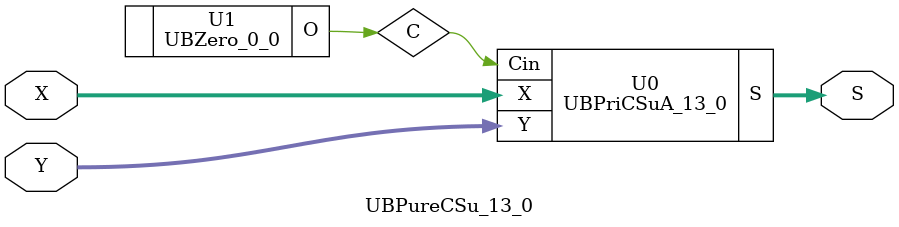
<source format=v>
/*----------------------------------------------------------------------------
  Copyright (c) 2021 Homma laboratory. All rights reserved.

  Top module: UBCSu_13_0_13_0

  Operand-1 length: 14
  Operand-2 length: 14
  Two-operand addition algorithm: Conditional sum adder
----------------------------------------------------------------------------*/

module UBFA_0(C, S, X, Y, Z);
  output C;
  output S;
  input X;
  input Y;
  input Z;
  assign C = ( X & Y ) | ( Y & Z ) | ( Z & X );
  assign S = X ^ Y ^ Z;
endmodule

module UBHCSuB_0_0(C, S, X, Y, Ci);
  output C;
  output S;
  input Ci;
  input X;
  input Y;
  UBFA_0 U0 (C, S, X, Y, Ci);
endmodule

module UBZero_1_1(O);
  output [1:1] O;
  assign O[1] = 0;
endmodule

module UBOne_1(O);
  output O;
  assign O = 1;
endmodule

module UBFA_1(C, S, X, Y, Z);
  output C;
  output S;
  input X;
  input Y;
  input Z;
  assign C = ( X & Y ) | ( Y & Z ) | ( Z & X );
  assign S = X ^ Y ^ Z;
endmodule

module UBCSuB_1_1(C_0, C_1, S_0, S_1, X, Y);
  output C_0;
  output C_1;
  output S_0;
  output S_1;
  input X;
  input Y;
  wire Ci_0;
  wire Ci_1;
  wire Co_0;
  wire Co_1;
  assign C_0 = ( Co_0 & ( ~ Ci_0 ) ) | ( Co_1 & Ci_0 );
  assign C_1 = ( Co_0 & ( ~ Ci_1 ) ) | ( Co_1 & Ci_1 );
  UBZero_1_1 U0 (Ci_0);
  UBOne_1 U1 (Ci_1);
  UBFA_1 U2 (Co_0, S_0, X, Y, Ci_0);
  UBFA_1 U3 (Co_1, S_1, X, Y, Ci_1);
endmodule

module UBHCSuB_1_0(C, S, X, Y, Ci);
  output C;
  output [1:0] S;
  input Ci;
  input [1:0] X;
  input [1:0] Y;
  wire C_0;
  wire C_1;
  wire Co;
  wire S_0;
  wire S_1;
  assign S[1] = ( S_0 & ( ~ Co ) ) | ( S_1 & Co );
  assign C = ( C_0 & ( ~ Co ) ) | ( C_1 & Co );
  UBHCSuB_0_0 U0 (Co, S[0], X[0], Y[0], Ci);
  UBCSuB_1_1 U1 (C_0, C_1, S_0, S_1, X[1], Y[1]);
endmodule

module UBZero_2_2(O);
  output [2:2] O;
  assign O[2] = 0;
endmodule

module UBOne_2(O);
  output O;
  assign O = 1;
endmodule

module UBFA_2(C, S, X, Y, Z);
  output C;
  output S;
  input X;
  input Y;
  input Z;
  assign C = ( X & Y ) | ( Y & Z ) | ( Z & X );
  assign S = X ^ Y ^ Z;
endmodule

module UBCSuB_2_2(C_0, C_1, S_0, S_1, X, Y);
  output C_0;
  output C_1;
  output S_0;
  output S_1;
  input X;
  input Y;
  wire Ci_0;
  wire Ci_1;
  wire Co_0;
  wire Co_1;
  assign C_0 = ( Co_0 & ( ~ Ci_0 ) ) | ( Co_1 & Ci_0 );
  assign C_1 = ( Co_0 & ( ~ Ci_1 ) ) | ( Co_1 & Ci_1 );
  UBZero_2_2 U0 (Ci_0);
  UBOne_2 U1 (Ci_1);
  UBFA_2 U2 (Co_0, S_0, X, Y, Ci_0);
  UBFA_2 U3 (Co_1, S_1, X, Y, Ci_1);
endmodule

module UBZero_3_3(O);
  output [3:3] O;
  assign O[3] = 0;
endmodule

module UBOne_3(O);
  output O;
  assign O = 1;
endmodule

module UBFA_3(C, S, X, Y, Z);
  output C;
  output S;
  input X;
  input Y;
  input Z;
  assign C = ( X & Y ) | ( Y & Z ) | ( Z & X );
  assign S = X ^ Y ^ Z;
endmodule

module UBCSuB_3_3(C_0, C_1, S_0, S_1, X, Y);
  output C_0;
  output C_1;
  output S_0;
  output S_1;
  input X;
  input Y;
  wire Ci_0;
  wire Ci_1;
  wire Co_0;
  wire Co_1;
  assign C_0 = ( Co_0 & ( ~ Ci_0 ) ) | ( Co_1 & Ci_0 );
  assign C_1 = ( Co_0 & ( ~ Ci_1 ) ) | ( Co_1 & Ci_1 );
  UBZero_3_3 U0 (Ci_0);
  UBOne_3 U1 (Ci_1);
  UBFA_3 U2 (Co_0, S_0, X, Y, Ci_0);
  UBFA_3 U3 (Co_1, S_1, X, Y, Ci_1);
endmodule

module UBCSuB_3_2(C_0, C_1, S_0, S_1, X, Y);
  output C_0;
  output C_1;
  output [3:2] S_0;
  output [3:2] S_1;
  input [3:2] X;
  input [3:2] Y;
  wire Ci_0;
  wire Ci_1;
  wire Co_0;
  wire Co_1;
  wire So_0;
  wire So_1;
  assign S_0[3] = ( So_0 & ( ~ Ci_0 ) ) | ( So_1 & Ci_0 );
  assign C_0 = ( Co_0 & ( ~ Ci_0 ) ) | ( Co_1 & Ci_0 );
  assign S_1[3] = ( So_0 & ( ~ Ci_1 ) ) | ( So_1 & Ci_1 );
  assign C_1 = ( Co_0 & ( ~ Ci_1 ) ) | ( Co_1 & Ci_1 );
  UBCSuB_2_2 U0 (Ci_0, Ci_1, S_0[2], S_1[2], X[2], Y[2]);
  UBCSuB_3_3 U1 (Co_0, Co_1, So_0, So_1, X[3], Y[3]);
endmodule

module UBHCSuB_3_0(C, S, X, Y, Ci);
  output C;
  output [3:0] S;
  input Ci;
  input [3:0] X;
  input [3:0] Y;
  wire C_0;
  wire C_1;
  wire Co;
  wire [3:2] S_0;
  wire [3:2] S_1;
  assign S[2] = ( S_0[2] & ( ~ Co ) ) | ( S_1[2] & Co );
  assign S[3] = ( S_0[3] & ( ~ Co ) ) | ( S_1[3] & Co );
  assign C = ( C_0 & ( ~ Co ) ) | ( C_1 & Co );
  UBHCSuB_1_0 U0 (Co, S[1:0], X[1:0], Y[1:0], Ci);
  UBCSuB_3_2 U1 (C_0, C_1, S_0, S_1, X[3:2], Y[3:2]);
endmodule

module UBZero_4_4(O);
  output [4:4] O;
  assign O[4] = 0;
endmodule

module UBOne_4(O);
  output O;
  assign O = 1;
endmodule

module UBFA_4(C, S, X, Y, Z);
  output C;
  output S;
  input X;
  input Y;
  input Z;
  assign C = ( X & Y ) | ( Y & Z ) | ( Z & X );
  assign S = X ^ Y ^ Z;
endmodule

module UBCSuB_4_4(C_0, C_1, S_0, S_1, X, Y);
  output C_0;
  output C_1;
  output S_0;
  output S_1;
  input X;
  input Y;
  wire Ci_0;
  wire Ci_1;
  wire Co_0;
  wire Co_1;
  assign C_0 = ( Co_0 & ( ~ Ci_0 ) ) | ( Co_1 & Ci_0 );
  assign C_1 = ( Co_0 & ( ~ Ci_1 ) ) | ( Co_1 & Ci_1 );
  UBZero_4_4 U0 (Ci_0);
  UBOne_4 U1 (Ci_1);
  UBFA_4 U2 (Co_0, S_0, X, Y, Ci_0);
  UBFA_4 U3 (Co_1, S_1, X, Y, Ci_1);
endmodule

module UBZero_5_5(O);
  output [5:5] O;
  assign O[5] = 0;
endmodule

module UBOne_5(O);
  output O;
  assign O = 1;
endmodule

module UBFA_5(C, S, X, Y, Z);
  output C;
  output S;
  input X;
  input Y;
  input Z;
  assign C = ( X & Y ) | ( Y & Z ) | ( Z & X );
  assign S = X ^ Y ^ Z;
endmodule

module UBCSuB_5_5(C_0, C_1, S_0, S_1, X, Y);
  output C_0;
  output C_1;
  output S_0;
  output S_1;
  input X;
  input Y;
  wire Ci_0;
  wire Ci_1;
  wire Co_0;
  wire Co_1;
  assign C_0 = ( Co_0 & ( ~ Ci_0 ) ) | ( Co_1 & Ci_0 );
  assign C_1 = ( Co_0 & ( ~ Ci_1 ) ) | ( Co_1 & Ci_1 );
  UBZero_5_5 U0 (Ci_0);
  UBOne_5 U1 (Ci_1);
  UBFA_5 U2 (Co_0, S_0, X, Y, Ci_0);
  UBFA_5 U3 (Co_1, S_1, X, Y, Ci_1);
endmodule

module UBCSuB_5_4(C_0, C_1, S_0, S_1, X, Y);
  output C_0;
  output C_1;
  output [5:4] S_0;
  output [5:4] S_1;
  input [5:4] X;
  input [5:4] Y;
  wire Ci_0;
  wire Ci_1;
  wire Co_0;
  wire Co_1;
  wire So_0;
  wire So_1;
  assign S_0[5] = ( So_0 & ( ~ Ci_0 ) ) | ( So_1 & Ci_0 );
  assign C_0 = ( Co_0 & ( ~ Ci_0 ) ) | ( Co_1 & Ci_0 );
  assign S_1[5] = ( So_0 & ( ~ Ci_1 ) ) | ( So_1 & Ci_1 );
  assign C_1 = ( Co_0 & ( ~ Ci_1 ) ) | ( Co_1 & Ci_1 );
  UBCSuB_4_4 U0 (Ci_0, Ci_1, S_0[4], S_1[4], X[4], Y[4]);
  UBCSuB_5_5 U1 (Co_0, Co_1, So_0, So_1, X[5], Y[5]);
endmodule

module UBZero_6_6(O);
  output [6:6] O;
  assign O[6] = 0;
endmodule

module UBOne_6(O);
  output O;
  assign O = 1;
endmodule

module UBFA_6(C, S, X, Y, Z);
  output C;
  output S;
  input X;
  input Y;
  input Z;
  assign C = ( X & Y ) | ( Y & Z ) | ( Z & X );
  assign S = X ^ Y ^ Z;
endmodule

module UBCSuB_6_6(C_0, C_1, S_0, S_1, X, Y);
  output C_0;
  output C_1;
  output S_0;
  output S_1;
  input X;
  input Y;
  wire Ci_0;
  wire Ci_1;
  wire Co_0;
  wire Co_1;
  assign C_0 = ( Co_0 & ( ~ Ci_0 ) ) | ( Co_1 & Ci_0 );
  assign C_1 = ( Co_0 & ( ~ Ci_1 ) ) | ( Co_1 & Ci_1 );
  UBZero_6_6 U0 (Ci_0);
  UBOne_6 U1 (Ci_1);
  UBFA_6 U2 (Co_0, S_0, X, Y, Ci_0);
  UBFA_6 U3 (Co_1, S_1, X, Y, Ci_1);
endmodule

module UBCSuB_6_4(C_0, C_1, S_0, S_1, X, Y);
  output C_0;
  output C_1;
  output [6:4] S_0;
  output [6:4] S_1;
  input [6:4] X;
  input [6:4] Y;
  wire Ci_0;
  wire Ci_1;
  wire Co_0;
  wire Co_1;
  wire [6:6] So_0;
  wire [6:6] So_1;
  assign S_0[6] = ( So_0 & ( ~ Ci_0 ) ) | ( So_1 & Ci_0 );
  assign C_0 = ( Co_0 & ( ~ Ci_0 ) ) | ( Co_1 & Ci_0 );
  assign S_1[6] = ( So_0 & ( ~ Ci_1 ) ) | ( So_1 & Ci_1 );
  assign C_1 = ( Co_0 & ( ~ Ci_1 ) ) | ( Co_1 & Ci_1 );
  UBCSuB_5_4 U0 (Ci_0, Ci_1, S_0[5:4], S_1[5:4], X[5:4], Y[5:4]);
  UBCSuB_6_6 U1 (Co_0, Co_1, So_0, So_1, X[6], Y[6]);
endmodule

module UBHCSuB_6_0(C, S, X, Y, Ci);
  output C;
  output [6:0] S;
  input Ci;
  input [6:0] X;
  input [6:0] Y;
  wire C_0;
  wire C_1;
  wire Co;
  wire [6:4] S_0;
  wire [6:4] S_1;
  assign S[4] = ( S_0[4] & ( ~ Co ) ) | ( S_1[4] & Co );
  assign S[5] = ( S_0[5] & ( ~ Co ) ) | ( S_1[5] & Co );
  assign S[6] = ( S_0[6] & ( ~ Co ) ) | ( S_1[6] & Co );
  assign C = ( C_0 & ( ~ Co ) ) | ( C_1 & Co );
  UBHCSuB_3_0 U0 (Co, S[3:0], X[3:0], Y[3:0], Ci);
  UBCSuB_6_4 U1 (C_0, C_1, S_0, S_1, X[6:4], Y[6:4]);
endmodule

module UBZero_7_7(O);
  output [7:7] O;
  assign O[7] = 0;
endmodule

module UBOne_7(O);
  output O;
  assign O = 1;
endmodule

module UBFA_7(C, S, X, Y, Z);
  output C;
  output S;
  input X;
  input Y;
  input Z;
  assign C = ( X & Y ) | ( Y & Z ) | ( Z & X );
  assign S = X ^ Y ^ Z;
endmodule

module UBCSuB_7_7(C_0, C_1, S_0, S_1, X, Y);
  output C_0;
  output C_1;
  output S_0;
  output S_1;
  input X;
  input Y;
  wire Ci_0;
  wire Ci_1;
  wire Co_0;
  wire Co_1;
  assign C_0 = ( Co_0 & ( ~ Ci_0 ) ) | ( Co_1 & Ci_0 );
  assign C_1 = ( Co_0 & ( ~ Ci_1 ) ) | ( Co_1 & Ci_1 );
  UBZero_7_7 U0 (Ci_0);
  UBOne_7 U1 (Ci_1);
  UBFA_7 U2 (Co_0, S_0, X, Y, Ci_0);
  UBFA_7 U3 (Co_1, S_1, X, Y, Ci_1);
endmodule

module UBZero_8_8(O);
  output [8:8] O;
  assign O[8] = 0;
endmodule

module UBOne_8(O);
  output O;
  assign O = 1;
endmodule

module UBFA_8(C, S, X, Y, Z);
  output C;
  output S;
  input X;
  input Y;
  input Z;
  assign C = ( X & Y ) | ( Y & Z ) | ( Z & X );
  assign S = X ^ Y ^ Z;
endmodule

module UBCSuB_8_8(C_0, C_1, S_0, S_1, X, Y);
  output C_0;
  output C_1;
  output S_0;
  output S_1;
  input X;
  input Y;
  wire Ci_0;
  wire Ci_1;
  wire Co_0;
  wire Co_1;
  assign C_0 = ( Co_0 & ( ~ Ci_0 ) ) | ( Co_1 & Ci_0 );
  assign C_1 = ( Co_0 & ( ~ Ci_1 ) ) | ( Co_1 & Ci_1 );
  UBZero_8_8 U0 (Ci_0);
  UBOne_8 U1 (Ci_1);
  UBFA_8 U2 (Co_0, S_0, X, Y, Ci_0);
  UBFA_8 U3 (Co_1, S_1, X, Y, Ci_1);
endmodule

module UBCSuB_8_7(C_0, C_1, S_0, S_1, X, Y);
  output C_0;
  output C_1;
  output [8:7] S_0;
  output [8:7] S_1;
  input [8:7] X;
  input [8:7] Y;
  wire Ci_0;
  wire Ci_1;
  wire Co_0;
  wire Co_1;
  wire So_0;
  wire So_1;
  assign S_0[8] = ( So_0 & ( ~ Ci_0 ) ) | ( So_1 & Ci_0 );
  assign C_0 = ( Co_0 & ( ~ Ci_0 ) ) | ( Co_1 & Ci_0 );
  assign S_1[8] = ( So_0 & ( ~ Ci_1 ) ) | ( So_1 & Ci_1 );
  assign C_1 = ( Co_0 & ( ~ Ci_1 ) ) | ( Co_1 & Ci_1 );
  UBCSuB_7_7 U0 (Ci_0, Ci_1, S_0[7], S_1[7], X[7], Y[7]);
  UBCSuB_8_8 U1 (Co_0, Co_1, So_0, So_1, X[8], Y[8]);
endmodule

module UBZero_9_9(O);
  output [9:9] O;
  assign O[9] = 0;
endmodule

module UBOne_9(O);
  output O;
  assign O = 1;
endmodule

module UBFA_9(C, S, X, Y, Z);
  output C;
  output S;
  input X;
  input Y;
  input Z;
  assign C = ( X & Y ) | ( Y & Z ) | ( Z & X );
  assign S = X ^ Y ^ Z;
endmodule

module UBCSuB_9_9(C_0, C_1, S_0, S_1, X, Y);
  output C_0;
  output C_1;
  output S_0;
  output S_1;
  input X;
  input Y;
  wire Ci_0;
  wire Ci_1;
  wire Co_0;
  wire Co_1;
  assign C_0 = ( Co_0 & ( ~ Ci_0 ) ) | ( Co_1 & Ci_0 );
  assign C_1 = ( Co_0 & ( ~ Ci_1 ) ) | ( Co_1 & Ci_1 );
  UBZero_9_9 U0 (Ci_0);
  UBOne_9 U1 (Ci_1);
  UBFA_9 U2 (Co_0, S_0, X, Y, Ci_0);
  UBFA_9 U3 (Co_1, S_1, X, Y, Ci_1);
endmodule

module UBZero_10_10(O);
  output [10:10] O;
  assign O[10] = 0;
endmodule

module UBOne_10(O);
  output O;
  assign O = 1;
endmodule

module UBFA_10(C, S, X, Y, Z);
  output C;
  output S;
  input X;
  input Y;
  input Z;
  assign C = ( X & Y ) | ( Y & Z ) | ( Z & X );
  assign S = X ^ Y ^ Z;
endmodule

module UBCSuB_10_10(C_0, C_1, S_0, S_1, X, Y);
  output C_0;
  output C_1;
  output S_0;
  output S_1;
  input X;
  input Y;
  wire Ci_0;
  wire Ci_1;
  wire Co_0;
  wire Co_1;
  assign C_0 = ( Co_0 & ( ~ Ci_0 ) ) | ( Co_1 & Ci_0 );
  assign C_1 = ( Co_0 & ( ~ Ci_1 ) ) | ( Co_1 & Ci_1 );
  UBZero_10_10 U0 (Ci_0);
  UBOne_10 U1 (Ci_1);
  UBFA_10 U2 (Co_0, S_0, X, Y, Ci_0);
  UBFA_10 U3 (Co_1, S_1, X, Y, Ci_1);
endmodule

module UBCSuB_10_9(C_0, C_1, S_0, S_1, X, Y);
  output C_0;
  output C_1;
  output [10:9] S_0;
  output [10:9] S_1;
  input [10:9] X;
  input [10:9] Y;
  wire Ci_0;
  wire Ci_1;
  wire Co_0;
  wire Co_1;
  wire So_0;
  wire So_1;
  assign S_0[10] = ( So_0 & ( ~ Ci_0 ) ) | ( So_1 & Ci_0 );
  assign C_0 = ( Co_0 & ( ~ Ci_0 ) ) | ( Co_1 & Ci_0 );
  assign S_1[10] = ( So_0 & ( ~ Ci_1 ) ) | ( So_1 & Ci_1 );
  assign C_1 = ( Co_0 & ( ~ Ci_1 ) ) | ( Co_1 & Ci_1 );
  UBCSuB_9_9 U0 (Ci_0, Ci_1, S_0[9], S_1[9], X[9], Y[9]);
  UBCSuB_10_10 U1 (Co_0, Co_1, So_0, So_1, X[10], Y[10]);
endmodule

module UBCSuB_10_7(C_0, C_1, S_0, S_1, X, Y);
  output C_0;
  output C_1;
  output [10:7] S_0;
  output [10:7] S_1;
  input [10:7] X;
  input [10:7] Y;
  wire Ci_0;
  wire Ci_1;
  wire Co_0;
  wire Co_1;
  wire [10:9] So_0;
  wire [10:9] So_1;
  assign S_0[9] = ( So_0[9] & ( ~ Ci_0 ) ) | ( So_1[9] & Ci_0 );
  assign S_0[10] = ( So_0[10] & ( ~ Ci_0 ) ) | ( So_1[10] & Ci_0 );
  assign C_0 = ( Co_0 & ( ~ Ci_0 ) ) | ( Co_1 & Ci_0 );
  assign S_1[9] = ( So_0[9] & ( ~ Ci_1 ) ) | ( So_1[9] & Ci_1 );
  assign S_1[10] = ( So_0[10] & ( ~ Ci_1 ) ) | ( So_1[10] & Ci_1 );
  assign C_1 = ( Co_0 & ( ~ Ci_1 ) ) | ( Co_1 & Ci_1 );
  UBCSuB_8_7 U0 (Ci_0, Ci_1, S_0[8:7], S_1[8:7], X[8:7], Y[8:7]);
  UBCSuB_10_9 U1 (Co_0, Co_1, So_0, So_1, X[10:9], Y[10:9]);
endmodule

module UBZero_11_11(O);
  output [11:11] O;
  assign O[11] = 0;
endmodule

module UBOne_11(O);
  output O;
  assign O = 1;
endmodule

module UBFA_11(C, S, X, Y, Z);
  output C;
  output S;
  input X;
  input Y;
  input Z;
  assign C = ( X & Y ) | ( Y & Z ) | ( Z & X );
  assign S = X ^ Y ^ Z;
endmodule

module UBCSuB_11_11(C_0, C_1, S_0, S_1, X, Y);
  output C_0;
  output C_1;
  output S_0;
  output S_1;
  input X;
  input Y;
  wire Ci_0;
  wire Ci_1;
  wire Co_0;
  wire Co_1;
  assign C_0 = ( Co_0 & ( ~ Ci_0 ) ) | ( Co_1 & Ci_0 );
  assign C_1 = ( Co_0 & ( ~ Ci_1 ) ) | ( Co_1 & Ci_1 );
  UBZero_11_11 U0 (Ci_0);
  UBOne_11 U1 (Ci_1);
  UBFA_11 U2 (Co_0, S_0, X, Y, Ci_0);
  UBFA_11 U3 (Co_1, S_1, X, Y, Ci_1);
endmodule

module UBZero_12_12(O);
  output [12:12] O;
  assign O[12] = 0;
endmodule

module UBOne_12(O);
  output O;
  assign O = 1;
endmodule

module UBFA_12(C, S, X, Y, Z);
  output C;
  output S;
  input X;
  input Y;
  input Z;
  assign C = ( X & Y ) | ( Y & Z ) | ( Z & X );
  assign S = X ^ Y ^ Z;
endmodule

module UBCSuB_12_12(C_0, C_1, S_0, S_1, X, Y);
  output C_0;
  output C_1;
  output S_0;
  output S_1;
  input X;
  input Y;
  wire Ci_0;
  wire Ci_1;
  wire Co_0;
  wire Co_1;
  assign C_0 = ( Co_0 & ( ~ Ci_0 ) ) | ( Co_1 & Ci_0 );
  assign C_1 = ( Co_0 & ( ~ Ci_1 ) ) | ( Co_1 & Ci_1 );
  UBZero_12_12 U0 (Ci_0);
  UBOne_12 U1 (Ci_1);
  UBFA_12 U2 (Co_0, S_0, X, Y, Ci_0);
  UBFA_12 U3 (Co_1, S_1, X, Y, Ci_1);
endmodule

module UBCSuB_12_11(C_0, C_1, S_0, S_1, X, Y);
  output C_0;
  output C_1;
  output [12:11] S_0;
  output [12:11] S_1;
  input [12:11] X;
  input [12:11] Y;
  wire Ci_0;
  wire Ci_1;
  wire Co_0;
  wire Co_1;
  wire So_0;
  wire So_1;
  assign S_0[12] = ( So_0 & ( ~ Ci_0 ) ) | ( So_1 & Ci_0 );
  assign C_0 = ( Co_0 & ( ~ Ci_0 ) ) | ( Co_1 & Ci_0 );
  assign S_1[12] = ( So_0 & ( ~ Ci_1 ) ) | ( So_1 & Ci_1 );
  assign C_1 = ( Co_0 & ( ~ Ci_1 ) ) | ( Co_1 & Ci_1 );
  UBCSuB_11_11 U0 (Ci_0, Ci_1, S_0[11], S_1[11], X[11], Y[11]);
  UBCSuB_12_12 U1 (Co_0, Co_1, So_0, So_1, X[12], Y[12]);
endmodule

module UBZero_13_13(O);
  output [13:13] O;
  assign O[13] = 0;
endmodule

module UBOne_13(O);
  output O;
  assign O = 1;
endmodule

module UBFA_13(C, S, X, Y, Z);
  output C;
  output S;
  input X;
  input Y;
  input Z;
  assign C = ( X & Y ) | ( Y & Z ) | ( Z & X );
  assign S = X ^ Y ^ Z;
endmodule

module UBCSuB_13_13(C_0, C_1, S_0, S_1, X, Y);
  output C_0;
  output C_1;
  output S_0;
  output S_1;
  input X;
  input Y;
  wire Ci_0;
  wire Ci_1;
  wire Co_0;
  wire Co_1;
  assign C_0 = ( Co_0 & ( ~ Ci_0 ) ) | ( Co_1 & Ci_0 );
  assign C_1 = ( Co_0 & ( ~ Ci_1 ) ) | ( Co_1 & Ci_1 );
  UBZero_13_13 U0 (Ci_0);
  UBOne_13 U1 (Ci_1);
  UBFA_13 U2 (Co_0, S_0, X, Y, Ci_0);
  UBFA_13 U3 (Co_1, S_1, X, Y, Ci_1);
endmodule

module UBCSuB_13_11(C_0, C_1, S_0, S_1, X, Y);
  output C_0;
  output C_1;
  output [13:11] S_0;
  output [13:11] S_1;
  input [13:11] X;
  input [13:11] Y;
  wire Ci_0;
  wire Ci_1;
  wire Co_0;
  wire Co_1;
  wire [13:13] So_0;
  wire [13:13] So_1;
  assign S_0[13] = ( So_0 & ( ~ Ci_0 ) ) | ( So_1 & Ci_0 );
  assign C_0 = ( Co_0 & ( ~ Ci_0 ) ) | ( Co_1 & Ci_0 );
  assign S_1[13] = ( So_0 & ( ~ Ci_1 ) ) | ( So_1 & Ci_1 );
  assign C_1 = ( Co_0 & ( ~ Ci_1 ) ) | ( Co_1 & Ci_1 );
  UBCSuB_12_11 U0 (Ci_0, Ci_1, S_0[12:11], S_1[12:11], X[12:11], Y[12:11]);
  UBCSuB_13_13 U1 (Co_0, Co_1, So_0, So_1, X[13], Y[13]);
endmodule

module UBCSuB_13_7(C_0, C_1, S_0, S_1, X, Y);
  output C_0;
  output C_1;
  output [13:7] S_0;
  output [13:7] S_1;
  input [13:7] X;
  input [13:7] Y;
  wire Ci_0;
  wire Ci_1;
  wire Co_0;
  wire Co_1;
  wire [13:11] So_0;
  wire [13:11] So_1;
  assign S_0[11] = ( So_0[11] & ( ~ Ci_0 ) ) | ( So_1[11] & Ci_0 );
  assign S_0[12] = ( So_0[12] & ( ~ Ci_0 ) ) | ( So_1[12] & Ci_0 );
  assign S_0[13] = ( So_0[13] & ( ~ Ci_0 ) ) | ( So_1[13] & Ci_0 );
  assign C_0 = ( Co_0 & ( ~ Ci_0 ) ) | ( Co_1 & Ci_0 );
  assign S_1[11] = ( So_0[11] & ( ~ Ci_1 ) ) | ( So_1[11] & Ci_1 );
  assign S_1[12] = ( So_0[12] & ( ~ Ci_1 ) ) | ( So_1[12] & Ci_1 );
  assign S_1[13] = ( So_0[13] & ( ~ Ci_1 ) ) | ( So_1[13] & Ci_1 );
  assign C_1 = ( Co_0 & ( ~ Ci_1 ) ) | ( Co_1 & Ci_1 );
  UBCSuB_10_7 U0 (Ci_0, Ci_1, S_0[10:7], S_1[10:7], X[10:7], Y[10:7]);
  UBCSuB_13_11 U1 (Co_0, Co_1, So_0, So_1, X[13:11], Y[13:11]);
endmodule

module UBPriCSuA_13_0(S, X, Y, Cin);
  output [14:0] S;
  input Cin;
  input [13:0] X;
  input [13:0] Y;
  wire C_0;
  wire C_1;
  wire Co;
  wire [13:7] S_0;
  wire [13:7] S_1;
  assign S[7] = ( S_0[7] & ( ~ Co ) ) | ( S_1[7] & Co );
  assign S[8] = ( S_0[8] & ( ~ Co ) ) | ( S_1[8] & Co );
  assign S[9] = ( S_0[9] & ( ~ Co ) ) | ( S_1[9] & Co );
  assign S[10] = ( S_0[10] & ( ~ Co ) ) | ( S_1[10] & Co );
  assign S[11] = ( S_0[11] & ( ~ Co ) ) | ( S_1[11] & Co );
  assign S[12] = ( S_0[12] & ( ~ Co ) ) | ( S_1[12] & Co );
  assign S[13] = ( S_0[13] & ( ~ Co ) ) | ( S_1[13] & Co );
  assign S[14] = ( C_0 & ( ~ Co ) ) | ( C_1 & Co );
  UBHCSuB_6_0 U0 (Co, S[6:0], X[6:0], Y[6:0], Cin);
  UBCSuB_13_7 U1 (C_0, C_1, S_0, S_1, X[13:7], Y[13:7]);
endmodule

module UBZero_0_0(O);
  output [0:0] O;
  assign O[0] = 0;
endmodule

module UBCSu_13_0_13_0 (S, X, Y);
  output [14:0] S;
  input [13:0] X;
  input [13:0] Y;
  UBPureCSu_13_0 U0 (S[14:0], X[13:0], Y[13:0]);
endmodule

module UBPureCSu_13_0 (S, X, Y);
  output [14:0] S;
  input [13:0] X;
  input [13:0] Y;
  wire C;
  UBPriCSuA_13_0 U0 (S, X, Y, C);
  UBZero_0_0 U1 (C);
endmodule


</source>
